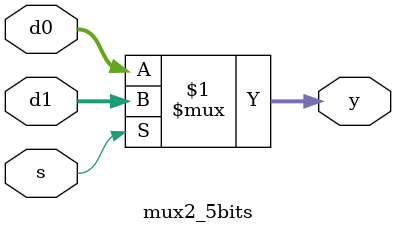
<source format=sv>
module mux2_5bits (
  input logic   [4:0]   d0, d1,
  input logic           s,
  output logic  [4:0]   y);

  assign y = s ? d1 : d0;
endmodule
</source>
